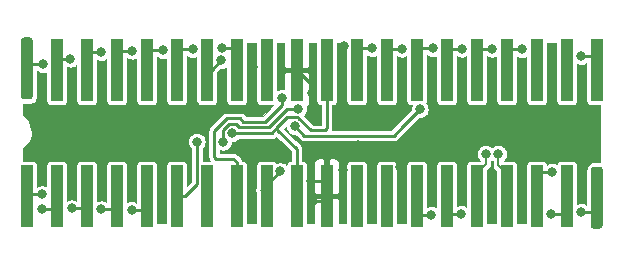
<source format=gbr>
%TF.GenerationSoftware,KiCad,Pcbnew,(5.1.6)-1*%
%TF.CreationDate,2021-05-26T00:29:25+02:00*%
%TF.ProjectId,STMega32,53544d65-6761-4333-922e-6b696361645f,rev?*%
%TF.SameCoordinates,Original*%
%TF.FileFunction,Copper,L2,Bot*%
%TF.FilePolarity,Positive*%
%FSLAX46Y46*%
G04 Gerber Fmt 4.6, Leading zero omitted, Abs format (unit mm)*
G04 Created by KiCad (PCBNEW (5.1.6)-1) date 2021-05-26 00:29:25*
%MOMM*%
%LPD*%
G01*
G04 APERTURE LIST*
%TA.AperFunction,SMDPad,CuDef*%
%ADD10R,1.000000X5.250000*%
%TD*%
%TA.AperFunction,ViaPad*%
%ADD11C,0.800000*%
%TD*%
%TA.AperFunction,Conductor*%
%ADD12C,0.250000*%
%TD*%
%TA.AperFunction,Conductor*%
%ADD13C,0.200000*%
%TD*%
%TA.AperFunction,Conductor*%
%ADD14C,0.125000*%
%TD*%
G04 APERTURE END LIST*
D10*
%TO.P,J1,20*%
%TO.N,col1*%
X125870000Y-105337500D03*
%TO.P,J1,17*%
%TO.N,col7*%
X133490000Y-105337500D03*
%TO.P,J1,16*%
%TO.N,col9*%
X136030000Y-105337500D03*
%TO.P,J1,19*%
%TO.N,col3*%
X128410000Y-105337500D03*
%TO.P,J1,18*%
%TO.N,col5*%
X130950000Y-105337500D03*
%TO.P,J1,15*%
%TO.N,MOSI*%
X138570000Y-105337500D03*
%TO.P,J1,12*%
%TO.N,Reset*%
X146190000Y-105337500D03*
%TO.P,J1,11*%
%TO.N,+5v*%
X148730000Y-105337500D03*
%TO.P,J1,14*%
%TO.N,MISO*%
X141110000Y-105337500D03*
%TO.P,J1,13*%
%TO.N,SCK*%
X143650000Y-105337500D03*
%TO.P,J1,5*%
%TO.N,USB_P*%
X163970000Y-105337500D03*
%TO.P,J1,2*%
%TO.N,col14*%
X171590000Y-105337500D03*
%TO.P,J1,1*%
%TO.N,col13*%
%TA.AperFunction,SMDPad,CuDef*%
G36*
G01*
X174380000Y-108095000D02*
X173880000Y-108095000D01*
G75*
G02*
X173630000Y-107845000I0J250000D01*
G01*
X173630000Y-103095000D01*
G75*
G02*
X173880000Y-102845000I250000J0D01*
G01*
X174380000Y-102845000D01*
G75*
G02*
X174630000Y-103095000I0J-250000D01*
G01*
X174630000Y-107845000D01*
G75*
G02*
X174380000Y-108095000I-250000J0D01*
G01*
G37*
%TD.AperFunction*%
%TO.P,J1,4*%
%TO.N,USB_N*%
X166510000Y-105337500D03*
%TO.P,J1,3*%
%TO.N,boot*%
X169050000Y-105337500D03*
%TO.P,J1,6*%
%TO.N,col15*%
X161430000Y-105337500D03*
%TO.P,J1,7*%
%TO.N,col16*%
X158890000Y-105337500D03*
%TO.P,J1,8*%
%TO.N,OSC_IN_2*%
X156350000Y-105337500D03*
%TO.P,J1,9*%
%TO.N,OSC_IN_1*%
X153810000Y-105337500D03*
%TO.P,J1,10*%
%TO.N,GND*%
X151270000Y-105337500D03*
%TD*%
%TO.P,J2,10*%
%TO.N,GND*%
X148730000Y-94662500D03*
%TO.P,J2,9*%
%TO.N,NC*%
X146190000Y-94662500D03*
%TO.P,J2,8*%
%TO.N,col12*%
X143650000Y-94662500D03*
%TO.P,J2,7*%
%TO.N,col11*%
X141110000Y-94662500D03*
%TO.P,J2,6*%
%TO.N,col10*%
X138570000Y-94662500D03*
%TO.P,J2,3*%
%TO.N,col4*%
X130950000Y-94662500D03*
%TO.P,J2,4*%
%TO.N,col6*%
X133490000Y-94662500D03*
%TO.P,J2,1*%
%TO.N,col0*%
%TA.AperFunction,SMDPad,CuDef*%
G36*
G01*
X125620000Y-91905000D02*
X126120000Y-91905000D01*
G75*
G02*
X126370000Y-92155000I0J-250000D01*
G01*
X126370000Y-96905000D01*
G75*
G02*
X126120000Y-97155000I-250000J0D01*
G01*
X125620000Y-97155000D01*
G75*
G02*
X125370000Y-96905000I0J250000D01*
G01*
X125370000Y-92155000D01*
G75*
G02*
X125620000Y-91905000I250000J0D01*
G01*
G37*
%TD.AperFunction*%
%TO.P,J2,2*%
%TO.N,col2*%
X128410000Y-94662500D03*
%TO.P,J2,5*%
%TO.N,col8*%
X136030000Y-94662500D03*
%TO.P,J2,13*%
%TO.N,row4*%
X156350000Y-94662500D03*
%TO.P,J2,14*%
%TO.N,row5*%
X158890000Y-94662500D03*
%TO.P,J2,11*%
%TO.N,+5v*%
X151270000Y-94662500D03*
%TO.P,J2,12*%
%TO.N,row2*%
X153810000Y-94662500D03*
%TO.P,J2,15*%
%TO.N,row3*%
X161430000Y-94662500D03*
%TO.P,J2,18*%
%TO.N,sda*%
X169050000Y-94662500D03*
%TO.P,J2,19*%
%TO.N,scl*%
X171590000Y-94662500D03*
%TO.P,J2,16*%
%TO.N,row1*%
X163970000Y-94662500D03*
%TO.P,J2,17*%
%TO.N,row0*%
X166510000Y-94662500D03*
%TO.P,J2,20*%
%TO.N,col17*%
X174130000Y-94662500D03*
%TD*%
D11*
%TO.N,GND*%
X140100801Y-97690801D03*
X159625000Y-101625000D03*
X166525000Y-100050000D03*
X161000000Y-98900000D03*
X153900000Y-101025000D03*
X167770000Y-104360000D03*
X162700000Y-104400000D03*
X149975000Y-104050000D03*
X150091463Y-105716463D03*
X150000000Y-96650000D03*
X138675000Y-101225000D03*
X133575000Y-101675000D03*
X134800000Y-97400000D03*
X153200000Y-98275000D03*
X157500000Y-102900000D03*
X152650000Y-103100000D03*
X152700000Y-92650000D03*
X144910697Y-101239303D03*
X165240000Y-104520000D03*
X145025000Y-94400000D03*
X150450000Y-98550000D03*
X162670000Y-101640000D03*
X160150000Y-104260000D03*
%TO.N,col1*%
X127175000Y-105175000D03*
%TO.N,col0*%
X127250000Y-94175000D03*
%TO.N,col3*%
X127150000Y-106425000D03*
%TO.N,col2*%
X129575000Y-93700000D03*
%TO.N,col5*%
X129675000Y-106375000D03*
%TO.N,col4*%
X132200000Y-93125000D03*
%TO.N,col7*%
X132200000Y-106450000D03*
%TO.N,col6*%
X134825000Y-93025000D03*
%TO.N,col9*%
X134750000Y-106525000D03*
%TO.N,col8*%
X137400000Y-93000000D03*
%TO.N,MOSI*%
X148875000Y-97950000D03*
X142500000Y-100725000D03*
X140275000Y-100725000D03*
%TO.N,col10*%
X139925000Y-92875000D03*
%TO.N,col11*%
X142350000Y-93850000D03*
%TO.N,SCK*%
X147500000Y-97000000D03*
%TO.N,col12*%
X142400000Y-92800000D03*
%TO.N,+5v*%
X143250000Y-100025000D03*
%TO.N,row2*%
X155125000Y-92825000D03*
%TO.N,row4*%
X157625000Y-92850000D03*
%TO.N,col16*%
X160124845Y-106900164D03*
%TO.N,row5*%
X160250000Y-92825000D03*
%TO.N,col15*%
X162675000Y-106850000D03*
%TO.N,row3*%
X162725000Y-92850000D03*
%TO.N,row1*%
X165300000Y-92850000D03*
%TO.N,row0*%
X167800000Y-92900000D03*
%TO.N,boot*%
X170350000Y-103300000D03*
%TO.N,col14*%
X171525000Y-103825000D03*
X170275000Y-106875000D03*
%TO.N,col13*%
X172825000Y-106675000D03*
%TO.N,col17*%
X172825000Y-93475000D03*
%TO.N,n_boot*%
X159150000Y-98000000D03*
X148550000Y-99400011D03*
%TO.N,USB_N*%
X165775000Y-101775000D03*
%TO.N,USB_P*%
X164725000Y-101775000D03*
%TO.N,Reset*%
X147350000Y-103250000D03*
%TD*%
D12*
%TO.N,GND*%
X150891037Y-105716463D02*
X151270000Y-105337500D01*
X150091463Y-105716463D02*
X150891037Y-105716463D01*
X151270000Y-104520000D02*
X151270000Y-105337500D01*
X150800000Y-104050000D02*
X151270000Y-104520000D01*
X149975000Y-104050000D02*
X150800000Y-104050000D01*
X150000000Y-95932500D02*
X150000000Y-96650000D01*
X148730000Y-94662500D02*
X150000000Y-95932500D01*
%TO.N,col1*%
X126032500Y-105175000D02*
X125870000Y-105337500D01*
X127175000Y-105175000D02*
X126032500Y-105175000D01*
%TO.N,col0*%
X126357500Y-94175000D02*
X125870000Y-94662500D01*
X127250000Y-94175000D02*
X126357500Y-94175000D01*
%TO.N,col3*%
X128410000Y-106140000D02*
X128410000Y-105337500D01*
X128125000Y-106425000D02*
X128410000Y-106140000D01*
X127150000Y-106425000D02*
X128125000Y-106425000D01*
%TO.N,col2*%
X128410000Y-93265010D02*
X128400020Y-93274990D01*
X128475000Y-93700000D02*
X128410000Y-93765000D01*
X128410000Y-93765000D02*
X128410000Y-94662500D01*
X129575000Y-93700000D02*
X128475000Y-93700000D01*
%TO.N,col5*%
X130950000Y-106275000D02*
X130950000Y-105337500D01*
X130850000Y-106375000D02*
X130950000Y-106275000D01*
X129675000Y-106375000D02*
X130850000Y-106375000D01*
%TO.N,col4*%
X130950000Y-93425000D02*
X130950000Y-94662500D01*
X131250000Y-93125000D02*
X130950000Y-93425000D01*
X132200000Y-93125000D02*
X131250000Y-93125000D01*
%TO.N,col7*%
X133600000Y-105447500D02*
X133490000Y-105337500D01*
X133325000Y-106450000D02*
X133490000Y-106285000D01*
X133490000Y-106285000D02*
X133490000Y-105337500D01*
X132200000Y-106450000D02*
X133325000Y-106450000D01*
%TO.N,col6*%
X133490000Y-93410000D02*
X133490000Y-94662500D01*
X133875000Y-93025000D02*
X133490000Y-93410000D01*
X134825000Y-93025000D02*
X133875000Y-93025000D01*
%TO.N,col9*%
X136030000Y-106320000D02*
X136030000Y-105337500D01*
X135825000Y-106525000D02*
X136030000Y-106320000D01*
X134750000Y-106525000D02*
X135825000Y-106525000D01*
%TO.N,col8*%
X136300000Y-93000000D02*
X136030000Y-93270000D01*
X137400000Y-93000000D02*
X136300000Y-93000000D01*
%TO.N,MOSI*%
X139262500Y-105337500D02*
X138570000Y-105337500D01*
X140275000Y-104325000D02*
X139262500Y-105337500D01*
X140275000Y-100725000D02*
X140275000Y-104325000D01*
X142500000Y-99736410D02*
X142500000Y-100725000D01*
X143600000Y-99225000D02*
X143011410Y-99225000D01*
X143875000Y-99500000D02*
X143600000Y-99225000D01*
X146400000Y-99500000D02*
X143875000Y-99500000D01*
X147950000Y-97950000D02*
X146400000Y-99500000D01*
X143011410Y-99225000D02*
X142500000Y-99736410D01*
X148875000Y-97950000D02*
X147950000Y-97950000D01*
%TO.N,col10*%
X138570000Y-93230000D02*
X138570000Y-94662500D01*
X138925000Y-92875000D02*
X138570000Y-93230000D01*
X139925000Y-92875000D02*
X138925000Y-92875000D01*
%TO.N,col11*%
X141537500Y-94662500D02*
X142350000Y-93850000D01*
X141110000Y-94662500D02*
X141537500Y-94662500D01*
%TO.N,SCK*%
X143650000Y-102462500D02*
X143650000Y-105337500D01*
X141935001Y-102185001D02*
X143372501Y-102185001D01*
X141750000Y-99850000D02*
X141750000Y-102000000D01*
X141750000Y-102000000D02*
X141935001Y-102185001D01*
X142850000Y-98750000D02*
X141750000Y-99850000D01*
X143372501Y-102185001D02*
X143650000Y-102462500D01*
X143925000Y-98750000D02*
X142850000Y-98750000D01*
X144224990Y-99049990D02*
X143925000Y-98750000D01*
X146050010Y-99049990D02*
X144224990Y-99049990D01*
X147500000Y-97600000D02*
X146050010Y-99049990D01*
X147500000Y-97000000D02*
X147500000Y-97600000D01*
%TO.N,col12*%
X143650000Y-93000000D02*
X143650000Y-94662500D01*
X143975000Y-92675000D02*
X143650000Y-93000000D01*
X143650000Y-92875000D02*
X143650000Y-94662500D01*
X143575000Y-92800000D02*
X143650000Y-92875000D01*
X142400000Y-92800000D02*
X143575000Y-92800000D01*
%TO.N,+5v*%
X148730000Y-105337500D02*
X148730000Y-104730000D01*
X148750000Y-103625000D02*
X148700000Y-103575000D01*
X147949999Y-98675001D02*
X147100001Y-99524999D01*
X148730000Y-105337500D02*
X148730000Y-101353004D01*
X148730000Y-101353004D02*
X147100001Y-99723005D01*
X147100001Y-99723005D02*
X147100001Y-99524999D01*
X143815685Y-100025000D02*
X143250000Y-100025000D01*
X146600000Y-100025000D02*
X143815685Y-100025000D01*
X147100001Y-99524999D02*
X146600000Y-100025000D01*
X148849999Y-98685010D02*
X149939989Y-99775000D01*
X148849999Y-98675001D02*
X148849999Y-98685010D01*
X148849999Y-98675001D02*
X147949999Y-98675001D01*
X149939989Y-99775000D02*
X151100000Y-99775000D01*
X151100000Y-99775000D02*
X151270000Y-99605000D01*
X151270000Y-99605000D02*
X151270000Y-97355000D01*
X151270000Y-94662500D02*
X151270000Y-97355000D01*
%TO.N,row2*%
X153810000Y-93060000D02*
X153810000Y-94662500D01*
X153700000Y-92950000D02*
X153810000Y-93060000D01*
X153825000Y-92825000D02*
X153700000Y-92950000D01*
X155125000Y-92825000D02*
X153825000Y-92825000D01*
%TO.N,row4*%
X156325000Y-94637500D02*
X156350000Y-94662500D01*
X156350000Y-93000000D02*
X156350000Y-94662500D01*
X156500000Y-92850000D02*
X156350000Y-93000000D01*
X157625000Y-92850000D02*
X156500000Y-92850000D01*
%TO.N,col16*%
X158900164Y-106900164D02*
X160124845Y-106900164D01*
X158890000Y-106890000D02*
X158900164Y-106900164D01*
X158890000Y-105337500D02*
X158890000Y-106890000D01*
%TO.N,row5*%
X158890000Y-93160000D02*
X158890000Y-94662500D01*
X159225000Y-92825000D02*
X158890000Y-93160000D01*
X160250000Y-92825000D02*
X159225000Y-92825000D01*
%TO.N,col15*%
X161430000Y-106655000D02*
X161430000Y-105337500D01*
X161625000Y-106850000D02*
X161430000Y-106655000D01*
X162675000Y-106850000D02*
X161625000Y-106850000D01*
%TO.N,row3*%
X161425000Y-94657500D02*
X161430000Y-94662500D01*
X161430000Y-92995000D02*
X161430000Y-94662500D01*
X161575000Y-92850000D02*
X161430000Y-92995000D01*
X162725000Y-92850000D02*
X161575000Y-92850000D01*
%TO.N,row1*%
X163970000Y-93305000D02*
X163970000Y-94662500D01*
X164425000Y-92850000D02*
X163970000Y-93305000D01*
X165300000Y-92850000D02*
X164425000Y-92850000D01*
%TO.N,row0*%
X166275000Y-93200000D02*
X166510000Y-93435000D01*
X166510000Y-93435000D02*
X166510000Y-94662500D01*
X166510000Y-93165000D02*
X166510000Y-94662500D01*
X166775000Y-92900000D02*
X166510000Y-93165000D01*
X167800000Y-92900000D02*
X166775000Y-92900000D01*
%TO.N,boot*%
X169050000Y-105337500D02*
X169050000Y-104420000D01*
X169050000Y-104420000D02*
X168810000Y-104180000D01*
X169150000Y-103300000D02*
X170350000Y-103300000D01*
X169050000Y-103400000D02*
X169150000Y-103300000D01*
X169050000Y-105337500D02*
X169050000Y-103400000D01*
%TO.N,col14*%
X171425000Y-106875000D02*
X171590000Y-106710000D01*
X171590000Y-106710000D02*
X171590000Y-105337500D01*
X170275000Y-106875000D02*
X171425000Y-106875000D01*
%TO.N,col13*%
X174130000Y-106420000D02*
X174130000Y-105470000D01*
X173875000Y-106675000D02*
X174130000Y-106420000D01*
X172825000Y-106675000D02*
X173875000Y-106675000D01*
%TO.N,col17*%
X174130000Y-93780000D02*
X174130000Y-94662500D01*
X173825000Y-93475000D02*
X174130000Y-93780000D01*
X172825000Y-93475000D02*
X173825000Y-93475000D01*
%TO.N,n_boot*%
X159150000Y-98000000D02*
X157749989Y-99400011D01*
X148550000Y-99400011D02*
X149364999Y-100215010D01*
X156934990Y-100215010D02*
X157749989Y-99400011D01*
X149364999Y-100215010D02*
X156934990Y-100215010D01*
D13*
%TO.N,USB_N*%
X166225000Y-103800000D02*
X166225000Y-105400000D01*
X166525000Y-103500000D02*
X166225000Y-103800000D01*
X166225000Y-105400000D02*
X166425000Y-105600000D01*
X166200000Y-105027500D02*
X166510000Y-105337500D01*
X165775000Y-102700000D02*
X166200000Y-103125000D01*
X166200000Y-103125000D02*
X166200000Y-105027500D01*
X165775000Y-101775000D02*
X165775000Y-102700000D01*
D12*
%TO.N,USB_P*%
X164050000Y-105417500D02*
X163970000Y-105337500D01*
D13*
X163970000Y-103247500D02*
X163970000Y-105337500D01*
X164127500Y-103247500D02*
X163970000Y-103247500D01*
X164725000Y-102650000D02*
X164127500Y-103247500D01*
X164725000Y-101775000D02*
X164725000Y-102650000D01*
D12*
%TO.N,Reset*%
X145702502Y-104850002D02*
X146190000Y-105337500D01*
X146190000Y-104410000D02*
X147350000Y-103250000D01*
X146190000Y-105337500D02*
X146190000Y-104410000D01*
%TD*%
D14*
%TO.N,GND*%
G36*
X170725747Y-97287500D02*
G01*
X170732746Y-97358562D01*
X170753474Y-97426894D01*
X170787135Y-97489868D01*
X170832434Y-97545066D01*
X170887632Y-97590365D01*
X170950606Y-97624026D01*
X171018938Y-97644754D01*
X171090000Y-97651753D01*
X172090000Y-97651753D01*
X172161062Y-97644754D01*
X172229394Y-97624026D01*
X172292368Y-97590365D01*
X172347566Y-97545066D01*
X172392865Y-97489868D01*
X172426526Y-97426894D01*
X172447254Y-97358562D01*
X172454253Y-97287500D01*
X172454253Y-94144325D01*
X172463821Y-94150718D01*
X172602587Y-94208197D01*
X172749900Y-94237500D01*
X172900100Y-94237500D01*
X173047413Y-94208197D01*
X173186179Y-94150718D01*
X173265747Y-94097552D01*
X173265747Y-97287500D01*
X173272746Y-97358562D01*
X173293474Y-97426894D01*
X173327135Y-97489868D01*
X173372434Y-97545066D01*
X173427632Y-97590365D01*
X173490606Y-97624026D01*
X173558938Y-97644754D01*
X173630000Y-97651753D01*
X174437500Y-97651753D01*
X174437500Y-102486410D01*
X174380000Y-102480747D01*
X173880000Y-102480747D01*
X173760165Y-102492550D01*
X173644936Y-102527504D01*
X173538739Y-102584267D01*
X173445658Y-102660658D01*
X173369267Y-102753739D01*
X173312504Y-102859936D01*
X173277550Y-102975165D01*
X173265747Y-103095000D01*
X173265747Y-106052448D01*
X173186179Y-105999282D01*
X173047413Y-105941803D01*
X172900100Y-105912500D01*
X172749900Y-105912500D01*
X172602587Y-105941803D01*
X172463821Y-105999282D01*
X172454253Y-106005675D01*
X172454253Y-102712500D01*
X172447254Y-102641438D01*
X172426526Y-102573106D01*
X172392865Y-102510132D01*
X172347566Y-102454934D01*
X172292368Y-102409635D01*
X172229394Y-102375974D01*
X172161062Y-102355246D01*
X172090000Y-102348247D01*
X171090000Y-102348247D01*
X171018938Y-102355246D01*
X170950606Y-102375974D01*
X170887632Y-102409635D01*
X170832434Y-102454934D01*
X170787135Y-102510132D01*
X170753474Y-102573106D01*
X170733438Y-102639155D01*
X170711179Y-102624282D01*
X170572413Y-102566803D01*
X170425100Y-102537500D01*
X170274900Y-102537500D01*
X170127587Y-102566803D01*
X169988821Y-102624282D01*
X169910705Y-102676477D01*
X169907254Y-102641438D01*
X169886526Y-102573106D01*
X169852865Y-102510132D01*
X169807566Y-102454934D01*
X169752368Y-102409635D01*
X169689394Y-102375974D01*
X169621062Y-102355246D01*
X169550000Y-102348247D01*
X168550000Y-102348247D01*
X168478938Y-102355246D01*
X168410606Y-102375974D01*
X168347632Y-102409635D01*
X168292434Y-102454934D01*
X168247135Y-102510132D01*
X168213474Y-102573106D01*
X168192746Y-102641438D01*
X168185747Y-102712500D01*
X168185747Y-107612500D01*
X167374253Y-107612500D01*
X167374253Y-102712500D01*
X167367254Y-102641438D01*
X167346526Y-102573106D01*
X167312865Y-102510132D01*
X167267566Y-102454934D01*
X167212368Y-102409635D01*
X167149394Y-102375974D01*
X167081062Y-102355246D01*
X167010000Y-102348247D01*
X166280090Y-102348247D01*
X166367272Y-102261065D01*
X166450718Y-102136179D01*
X166508197Y-101997413D01*
X166537500Y-101850100D01*
X166537500Y-101699900D01*
X166508197Y-101552587D01*
X166450718Y-101413821D01*
X166367272Y-101288935D01*
X166261065Y-101182728D01*
X166136179Y-101099282D01*
X165997413Y-101041803D01*
X165850100Y-101012500D01*
X165699900Y-101012500D01*
X165552587Y-101041803D01*
X165413821Y-101099282D01*
X165288935Y-101182728D01*
X165250000Y-101221663D01*
X165211065Y-101182728D01*
X165086179Y-101099282D01*
X164947413Y-101041803D01*
X164800100Y-101012500D01*
X164649900Y-101012500D01*
X164502587Y-101041803D01*
X164363821Y-101099282D01*
X164238935Y-101182728D01*
X164132728Y-101288935D01*
X164049282Y-101413821D01*
X163991803Y-101552587D01*
X163962500Y-101699900D01*
X163962500Y-101850100D01*
X163991803Y-101997413D01*
X164049282Y-102136179D01*
X164132728Y-102261065D01*
X164219910Y-102348247D01*
X163470000Y-102348247D01*
X163398938Y-102355246D01*
X163330606Y-102375974D01*
X163267632Y-102409635D01*
X163212434Y-102454934D01*
X163167135Y-102510132D01*
X163133474Y-102573106D01*
X163112746Y-102641438D01*
X163105747Y-102712500D01*
X163105747Y-106220766D01*
X163036179Y-106174282D01*
X162897413Y-106116803D01*
X162750100Y-106087500D01*
X162599900Y-106087500D01*
X162452587Y-106116803D01*
X162313821Y-106174282D01*
X162294253Y-106187357D01*
X162294253Y-102712500D01*
X162287254Y-102641438D01*
X162266526Y-102573106D01*
X162232865Y-102510132D01*
X162187566Y-102454934D01*
X162132368Y-102409635D01*
X162069394Y-102375974D01*
X162001062Y-102355246D01*
X161930000Y-102348247D01*
X160930000Y-102348247D01*
X160858938Y-102355246D01*
X160790606Y-102375974D01*
X160727632Y-102409635D01*
X160672434Y-102454934D01*
X160627135Y-102510132D01*
X160593474Y-102573106D01*
X160572746Y-102641438D01*
X160565747Y-102712500D01*
X160565747Y-106277715D01*
X160486024Y-106224446D01*
X160347258Y-106166967D01*
X160199945Y-106137664D01*
X160049745Y-106137664D01*
X159902432Y-106166967D01*
X159763666Y-106224446D01*
X159754253Y-106230736D01*
X159754253Y-102712500D01*
X159747254Y-102641438D01*
X159726526Y-102573106D01*
X159692865Y-102510132D01*
X159647566Y-102454934D01*
X159592368Y-102409635D01*
X159529394Y-102375974D01*
X159461062Y-102355246D01*
X159390000Y-102348247D01*
X158390000Y-102348247D01*
X158318938Y-102355246D01*
X158250606Y-102375974D01*
X158187632Y-102409635D01*
X158132434Y-102454934D01*
X158087135Y-102510132D01*
X158053474Y-102573106D01*
X158032746Y-102641438D01*
X158025747Y-102712500D01*
X158025747Y-107612500D01*
X157214253Y-107612500D01*
X157214253Y-102712500D01*
X157207254Y-102641438D01*
X157186526Y-102573106D01*
X157152865Y-102510132D01*
X157107566Y-102454934D01*
X157052368Y-102409635D01*
X156989394Y-102375974D01*
X156921062Y-102355246D01*
X156850000Y-102348247D01*
X155850000Y-102348247D01*
X155778938Y-102355246D01*
X155710606Y-102375974D01*
X155647632Y-102409635D01*
X155592434Y-102454934D01*
X155547135Y-102510132D01*
X155513474Y-102573106D01*
X155492746Y-102641438D01*
X155485747Y-102712500D01*
X155485747Y-107612500D01*
X154674253Y-107612500D01*
X154674253Y-102712500D01*
X154667254Y-102641438D01*
X154646526Y-102573106D01*
X154612865Y-102510132D01*
X154567566Y-102454934D01*
X154512368Y-102409635D01*
X154449394Y-102375974D01*
X154381062Y-102355246D01*
X154310000Y-102348247D01*
X153310000Y-102348247D01*
X153238938Y-102355246D01*
X153170606Y-102375974D01*
X153107632Y-102409635D01*
X153052434Y-102454934D01*
X153007135Y-102510132D01*
X152973474Y-102573106D01*
X152952746Y-102641438D01*
X152945747Y-102712500D01*
X152945747Y-107612500D01*
X152342838Y-107612500D01*
X152340500Y-105671625D01*
X152197875Y-105529000D01*
X151461500Y-105529000D01*
X151461500Y-107612500D01*
X151078500Y-107612500D01*
X151078500Y-105529000D01*
X150342125Y-105529000D01*
X150199500Y-105671625D01*
X150197162Y-107612500D01*
X149594253Y-107612500D01*
X149594253Y-102712500D01*
X150196740Y-102712500D01*
X150199500Y-105003375D01*
X150342125Y-105146000D01*
X151078500Y-105146000D01*
X151078500Y-102284625D01*
X151461500Y-102284625D01*
X151461500Y-105146000D01*
X152197875Y-105146000D01*
X152340500Y-105003375D01*
X152343260Y-102712500D01*
X152332245Y-102600663D01*
X152299623Y-102493123D01*
X152246648Y-102394014D01*
X152175356Y-102307144D01*
X152088486Y-102235852D01*
X151989377Y-102182877D01*
X151881837Y-102150255D01*
X151770000Y-102139240D01*
X151604125Y-102142000D01*
X151461500Y-102284625D01*
X151078500Y-102284625D01*
X150935875Y-102142000D01*
X150770000Y-102139240D01*
X150658163Y-102150255D01*
X150550623Y-102182877D01*
X150451514Y-102235852D01*
X150364644Y-102307144D01*
X150293352Y-102394014D01*
X150240377Y-102493123D01*
X150207755Y-102600663D01*
X150196740Y-102712500D01*
X149594253Y-102712500D01*
X149587254Y-102641438D01*
X149566526Y-102573106D01*
X149532865Y-102510132D01*
X149487566Y-102454934D01*
X149432368Y-102409635D01*
X149369394Y-102375974D01*
X149301062Y-102355246D01*
X149230000Y-102348247D01*
X149217500Y-102348247D01*
X149217500Y-101376946D01*
X149219858Y-101353004D01*
X149210446Y-101257438D01*
X149207259Y-101246930D01*
X149182570Y-101165543D01*
X149137302Y-101080853D01*
X149123077Y-101063520D01*
X149091645Y-101025219D01*
X149091641Y-101025215D01*
X149076382Y-101006622D01*
X149057789Y-100991363D01*
X147690426Y-99624002D01*
X147796097Y-99518332D01*
X147816803Y-99622424D01*
X147874282Y-99761190D01*
X147957728Y-99886076D01*
X148063935Y-99992283D01*
X148188821Y-100075729D01*
X148327587Y-100133208D01*
X148474900Y-100162511D01*
X148623071Y-100162511D01*
X149003358Y-100542799D01*
X149018617Y-100561392D01*
X149037210Y-100576651D01*
X149037214Y-100576655D01*
X149075342Y-100607945D01*
X149092848Y-100622312D01*
X149177538Y-100667580D01*
X149269432Y-100695456D01*
X149341056Y-100702510D01*
X149341057Y-100702510D01*
X149364999Y-100704868D01*
X149388941Y-100702510D01*
X156911050Y-100702510D01*
X156934990Y-100704868D01*
X156958930Y-100702510D01*
X156958933Y-100702510D01*
X157030557Y-100695456D01*
X157122451Y-100667580D01*
X157207141Y-100622312D01*
X157281372Y-100561392D01*
X157296639Y-100542789D01*
X158111634Y-99727796D01*
X158111643Y-99727785D01*
X159076929Y-98762500D01*
X159225100Y-98762500D01*
X159372413Y-98733197D01*
X159511179Y-98675718D01*
X159636065Y-98592272D01*
X159742272Y-98486065D01*
X159825718Y-98361179D01*
X159883197Y-98222413D01*
X159912500Y-98075100D01*
X159912500Y-97924900D01*
X159883197Y-97777587D01*
X159825718Y-97638821D01*
X159742272Y-97513935D01*
X159701692Y-97473355D01*
X159726526Y-97426894D01*
X159747254Y-97358562D01*
X159754253Y-97287500D01*
X159754253Y-93407590D01*
X159763935Y-93417272D01*
X159888821Y-93500718D01*
X160027587Y-93558197D01*
X160174900Y-93587500D01*
X160325100Y-93587500D01*
X160472413Y-93558197D01*
X160565747Y-93519537D01*
X160565747Y-97287500D01*
X160572746Y-97358562D01*
X160593474Y-97426894D01*
X160627135Y-97489868D01*
X160672434Y-97545066D01*
X160727632Y-97590365D01*
X160790606Y-97624026D01*
X160858938Y-97644754D01*
X160930000Y-97651753D01*
X161930000Y-97651753D01*
X162001062Y-97644754D01*
X162069394Y-97624026D01*
X162132368Y-97590365D01*
X162187566Y-97545066D01*
X162232865Y-97489868D01*
X162266526Y-97426894D01*
X162287254Y-97358562D01*
X162294253Y-97287500D01*
X162294253Y-93479234D01*
X162363821Y-93525718D01*
X162502587Y-93583197D01*
X162649900Y-93612500D01*
X162800100Y-93612500D01*
X162947413Y-93583197D01*
X163086179Y-93525718D01*
X163105747Y-93512643D01*
X163105747Y-97287500D01*
X163112746Y-97358562D01*
X163133474Y-97426894D01*
X163167135Y-97489868D01*
X163212434Y-97545066D01*
X163267632Y-97590365D01*
X163330606Y-97624026D01*
X163398938Y-97644754D01*
X163470000Y-97651753D01*
X164470000Y-97651753D01*
X164541062Y-97644754D01*
X164609394Y-97624026D01*
X164672368Y-97590365D01*
X164727566Y-97545066D01*
X164772865Y-97489868D01*
X164806526Y-97426894D01*
X164827254Y-97358562D01*
X164834253Y-97287500D01*
X164834253Y-93455848D01*
X164938821Y-93525718D01*
X165077587Y-93583197D01*
X165224900Y-93612500D01*
X165375100Y-93612500D01*
X165522413Y-93583197D01*
X165645747Y-93532110D01*
X165645747Y-97287500D01*
X165652746Y-97358562D01*
X165673474Y-97426894D01*
X165707135Y-97489868D01*
X165752434Y-97545066D01*
X165807632Y-97590365D01*
X165870606Y-97624026D01*
X165938938Y-97644754D01*
X166010000Y-97651753D01*
X167010000Y-97651753D01*
X167081062Y-97644754D01*
X167149394Y-97624026D01*
X167212368Y-97590365D01*
X167267566Y-97545066D01*
X167312865Y-97489868D01*
X167346526Y-97426894D01*
X167367254Y-97358562D01*
X167374253Y-97287500D01*
X167374253Y-93532575D01*
X167438821Y-93575718D01*
X167577587Y-93633197D01*
X167724900Y-93662500D01*
X167875100Y-93662500D01*
X168022413Y-93633197D01*
X168161179Y-93575718D01*
X168185747Y-93559302D01*
X168185747Y-97287500D01*
X168192746Y-97358562D01*
X168213474Y-97426894D01*
X168247135Y-97489868D01*
X168292434Y-97545066D01*
X168347632Y-97590365D01*
X168410606Y-97624026D01*
X168478938Y-97644754D01*
X168550000Y-97651753D01*
X169550000Y-97651753D01*
X169621062Y-97644754D01*
X169689394Y-97624026D01*
X169752368Y-97590365D01*
X169807566Y-97545066D01*
X169852865Y-97489868D01*
X169886526Y-97426894D01*
X169907254Y-97358562D01*
X169914253Y-97287500D01*
X169914253Y-92387500D01*
X170725747Y-92387500D01*
X170725747Y-97287500D01*
G37*
X170725747Y-97287500D02*
X170732746Y-97358562D01*
X170753474Y-97426894D01*
X170787135Y-97489868D01*
X170832434Y-97545066D01*
X170887632Y-97590365D01*
X170950606Y-97624026D01*
X171018938Y-97644754D01*
X171090000Y-97651753D01*
X172090000Y-97651753D01*
X172161062Y-97644754D01*
X172229394Y-97624026D01*
X172292368Y-97590365D01*
X172347566Y-97545066D01*
X172392865Y-97489868D01*
X172426526Y-97426894D01*
X172447254Y-97358562D01*
X172454253Y-97287500D01*
X172454253Y-94144325D01*
X172463821Y-94150718D01*
X172602587Y-94208197D01*
X172749900Y-94237500D01*
X172900100Y-94237500D01*
X173047413Y-94208197D01*
X173186179Y-94150718D01*
X173265747Y-94097552D01*
X173265747Y-97287500D01*
X173272746Y-97358562D01*
X173293474Y-97426894D01*
X173327135Y-97489868D01*
X173372434Y-97545066D01*
X173427632Y-97590365D01*
X173490606Y-97624026D01*
X173558938Y-97644754D01*
X173630000Y-97651753D01*
X174437500Y-97651753D01*
X174437500Y-102486410D01*
X174380000Y-102480747D01*
X173880000Y-102480747D01*
X173760165Y-102492550D01*
X173644936Y-102527504D01*
X173538739Y-102584267D01*
X173445658Y-102660658D01*
X173369267Y-102753739D01*
X173312504Y-102859936D01*
X173277550Y-102975165D01*
X173265747Y-103095000D01*
X173265747Y-106052448D01*
X173186179Y-105999282D01*
X173047413Y-105941803D01*
X172900100Y-105912500D01*
X172749900Y-105912500D01*
X172602587Y-105941803D01*
X172463821Y-105999282D01*
X172454253Y-106005675D01*
X172454253Y-102712500D01*
X172447254Y-102641438D01*
X172426526Y-102573106D01*
X172392865Y-102510132D01*
X172347566Y-102454934D01*
X172292368Y-102409635D01*
X172229394Y-102375974D01*
X172161062Y-102355246D01*
X172090000Y-102348247D01*
X171090000Y-102348247D01*
X171018938Y-102355246D01*
X170950606Y-102375974D01*
X170887632Y-102409635D01*
X170832434Y-102454934D01*
X170787135Y-102510132D01*
X170753474Y-102573106D01*
X170733438Y-102639155D01*
X170711179Y-102624282D01*
X170572413Y-102566803D01*
X170425100Y-102537500D01*
X170274900Y-102537500D01*
X170127587Y-102566803D01*
X169988821Y-102624282D01*
X169910705Y-102676477D01*
X169907254Y-102641438D01*
X169886526Y-102573106D01*
X169852865Y-102510132D01*
X169807566Y-102454934D01*
X169752368Y-102409635D01*
X169689394Y-102375974D01*
X169621062Y-102355246D01*
X169550000Y-102348247D01*
X168550000Y-102348247D01*
X168478938Y-102355246D01*
X168410606Y-102375974D01*
X168347632Y-102409635D01*
X168292434Y-102454934D01*
X168247135Y-102510132D01*
X168213474Y-102573106D01*
X168192746Y-102641438D01*
X168185747Y-102712500D01*
X168185747Y-107612500D01*
X167374253Y-107612500D01*
X167374253Y-102712500D01*
X167367254Y-102641438D01*
X167346526Y-102573106D01*
X167312865Y-102510132D01*
X167267566Y-102454934D01*
X167212368Y-102409635D01*
X167149394Y-102375974D01*
X167081062Y-102355246D01*
X167010000Y-102348247D01*
X166280090Y-102348247D01*
X166367272Y-102261065D01*
X166450718Y-102136179D01*
X166508197Y-101997413D01*
X166537500Y-101850100D01*
X166537500Y-101699900D01*
X166508197Y-101552587D01*
X166450718Y-101413821D01*
X166367272Y-101288935D01*
X166261065Y-101182728D01*
X166136179Y-101099282D01*
X165997413Y-101041803D01*
X165850100Y-101012500D01*
X165699900Y-101012500D01*
X165552587Y-101041803D01*
X165413821Y-101099282D01*
X165288935Y-101182728D01*
X165250000Y-101221663D01*
X165211065Y-101182728D01*
X165086179Y-101099282D01*
X164947413Y-101041803D01*
X164800100Y-101012500D01*
X164649900Y-101012500D01*
X164502587Y-101041803D01*
X164363821Y-101099282D01*
X164238935Y-101182728D01*
X164132728Y-101288935D01*
X164049282Y-101413821D01*
X163991803Y-101552587D01*
X163962500Y-101699900D01*
X163962500Y-101850100D01*
X163991803Y-101997413D01*
X164049282Y-102136179D01*
X164132728Y-102261065D01*
X164219910Y-102348247D01*
X163470000Y-102348247D01*
X163398938Y-102355246D01*
X163330606Y-102375974D01*
X163267632Y-102409635D01*
X163212434Y-102454934D01*
X163167135Y-102510132D01*
X163133474Y-102573106D01*
X163112746Y-102641438D01*
X163105747Y-102712500D01*
X163105747Y-106220766D01*
X163036179Y-106174282D01*
X162897413Y-106116803D01*
X162750100Y-106087500D01*
X162599900Y-106087500D01*
X162452587Y-106116803D01*
X162313821Y-106174282D01*
X162294253Y-106187357D01*
X162294253Y-102712500D01*
X162287254Y-102641438D01*
X162266526Y-102573106D01*
X162232865Y-102510132D01*
X162187566Y-102454934D01*
X162132368Y-102409635D01*
X162069394Y-102375974D01*
X162001062Y-102355246D01*
X161930000Y-102348247D01*
X160930000Y-102348247D01*
X160858938Y-102355246D01*
X160790606Y-102375974D01*
X160727632Y-102409635D01*
X160672434Y-102454934D01*
X160627135Y-102510132D01*
X160593474Y-102573106D01*
X160572746Y-102641438D01*
X160565747Y-102712500D01*
X160565747Y-106277715D01*
X160486024Y-106224446D01*
X160347258Y-106166967D01*
X160199945Y-106137664D01*
X160049745Y-106137664D01*
X159902432Y-106166967D01*
X159763666Y-106224446D01*
X159754253Y-106230736D01*
X159754253Y-102712500D01*
X159747254Y-102641438D01*
X159726526Y-102573106D01*
X159692865Y-102510132D01*
X159647566Y-102454934D01*
X159592368Y-102409635D01*
X159529394Y-102375974D01*
X159461062Y-102355246D01*
X159390000Y-102348247D01*
X158390000Y-102348247D01*
X158318938Y-102355246D01*
X158250606Y-102375974D01*
X158187632Y-102409635D01*
X158132434Y-102454934D01*
X158087135Y-102510132D01*
X158053474Y-102573106D01*
X158032746Y-102641438D01*
X158025747Y-102712500D01*
X158025747Y-107612500D01*
X157214253Y-107612500D01*
X157214253Y-102712500D01*
X157207254Y-102641438D01*
X157186526Y-102573106D01*
X157152865Y-102510132D01*
X157107566Y-102454934D01*
X157052368Y-102409635D01*
X156989394Y-102375974D01*
X156921062Y-102355246D01*
X156850000Y-102348247D01*
X155850000Y-102348247D01*
X155778938Y-102355246D01*
X155710606Y-102375974D01*
X155647632Y-102409635D01*
X155592434Y-102454934D01*
X155547135Y-102510132D01*
X155513474Y-102573106D01*
X155492746Y-102641438D01*
X155485747Y-102712500D01*
X155485747Y-107612500D01*
X154674253Y-107612500D01*
X154674253Y-102712500D01*
X154667254Y-102641438D01*
X154646526Y-102573106D01*
X154612865Y-102510132D01*
X154567566Y-102454934D01*
X154512368Y-102409635D01*
X154449394Y-102375974D01*
X154381062Y-102355246D01*
X154310000Y-102348247D01*
X153310000Y-102348247D01*
X153238938Y-102355246D01*
X153170606Y-102375974D01*
X153107632Y-102409635D01*
X153052434Y-102454934D01*
X153007135Y-102510132D01*
X152973474Y-102573106D01*
X152952746Y-102641438D01*
X152945747Y-102712500D01*
X152945747Y-107612500D01*
X152342838Y-107612500D01*
X152340500Y-105671625D01*
X152197875Y-105529000D01*
X151461500Y-105529000D01*
X151461500Y-107612500D01*
X151078500Y-107612500D01*
X151078500Y-105529000D01*
X150342125Y-105529000D01*
X150199500Y-105671625D01*
X150197162Y-107612500D01*
X149594253Y-107612500D01*
X149594253Y-102712500D01*
X150196740Y-102712500D01*
X150199500Y-105003375D01*
X150342125Y-105146000D01*
X151078500Y-105146000D01*
X151078500Y-102284625D01*
X151461500Y-102284625D01*
X151461500Y-105146000D01*
X152197875Y-105146000D01*
X152340500Y-105003375D01*
X152343260Y-102712500D01*
X152332245Y-102600663D01*
X152299623Y-102493123D01*
X152246648Y-102394014D01*
X152175356Y-102307144D01*
X152088486Y-102235852D01*
X151989377Y-102182877D01*
X151881837Y-102150255D01*
X151770000Y-102139240D01*
X151604125Y-102142000D01*
X151461500Y-102284625D01*
X151078500Y-102284625D01*
X150935875Y-102142000D01*
X150770000Y-102139240D01*
X150658163Y-102150255D01*
X150550623Y-102182877D01*
X150451514Y-102235852D01*
X150364644Y-102307144D01*
X150293352Y-102394014D01*
X150240377Y-102493123D01*
X150207755Y-102600663D01*
X150196740Y-102712500D01*
X149594253Y-102712500D01*
X149587254Y-102641438D01*
X149566526Y-102573106D01*
X149532865Y-102510132D01*
X149487566Y-102454934D01*
X149432368Y-102409635D01*
X149369394Y-102375974D01*
X149301062Y-102355246D01*
X149230000Y-102348247D01*
X149217500Y-102348247D01*
X149217500Y-101376946D01*
X149219858Y-101353004D01*
X149210446Y-101257438D01*
X149207259Y-101246930D01*
X149182570Y-101165543D01*
X149137302Y-101080853D01*
X149123077Y-101063520D01*
X149091645Y-101025219D01*
X149091641Y-101025215D01*
X149076382Y-101006622D01*
X149057789Y-100991363D01*
X147690426Y-99624002D01*
X147796097Y-99518332D01*
X147816803Y-99622424D01*
X147874282Y-99761190D01*
X147957728Y-99886076D01*
X148063935Y-99992283D01*
X148188821Y-100075729D01*
X148327587Y-100133208D01*
X148474900Y-100162511D01*
X148623071Y-100162511D01*
X149003358Y-100542799D01*
X149018617Y-100561392D01*
X149037210Y-100576651D01*
X149037214Y-100576655D01*
X149075342Y-100607945D01*
X149092848Y-100622312D01*
X149177538Y-100667580D01*
X149269432Y-100695456D01*
X149341056Y-100702510D01*
X149341057Y-100702510D01*
X149364999Y-100704868D01*
X149388941Y-100702510D01*
X156911050Y-100702510D01*
X156934990Y-100704868D01*
X156958930Y-100702510D01*
X156958933Y-100702510D01*
X157030557Y-100695456D01*
X157122451Y-100667580D01*
X157207141Y-100622312D01*
X157281372Y-100561392D01*
X157296639Y-100542789D01*
X158111634Y-99727796D01*
X158111643Y-99727785D01*
X159076929Y-98762500D01*
X159225100Y-98762500D01*
X159372413Y-98733197D01*
X159511179Y-98675718D01*
X159636065Y-98592272D01*
X159742272Y-98486065D01*
X159825718Y-98361179D01*
X159883197Y-98222413D01*
X159912500Y-98075100D01*
X159912500Y-97924900D01*
X159883197Y-97777587D01*
X159825718Y-97638821D01*
X159742272Y-97513935D01*
X159701692Y-97473355D01*
X159726526Y-97426894D01*
X159747254Y-97358562D01*
X159754253Y-97287500D01*
X159754253Y-93407590D01*
X159763935Y-93417272D01*
X159888821Y-93500718D01*
X160027587Y-93558197D01*
X160174900Y-93587500D01*
X160325100Y-93587500D01*
X160472413Y-93558197D01*
X160565747Y-93519537D01*
X160565747Y-97287500D01*
X160572746Y-97358562D01*
X160593474Y-97426894D01*
X160627135Y-97489868D01*
X160672434Y-97545066D01*
X160727632Y-97590365D01*
X160790606Y-97624026D01*
X160858938Y-97644754D01*
X160930000Y-97651753D01*
X161930000Y-97651753D01*
X162001062Y-97644754D01*
X162069394Y-97624026D01*
X162132368Y-97590365D01*
X162187566Y-97545066D01*
X162232865Y-97489868D01*
X162266526Y-97426894D01*
X162287254Y-97358562D01*
X162294253Y-97287500D01*
X162294253Y-93479234D01*
X162363821Y-93525718D01*
X162502587Y-93583197D01*
X162649900Y-93612500D01*
X162800100Y-93612500D01*
X162947413Y-93583197D01*
X163086179Y-93525718D01*
X163105747Y-93512643D01*
X163105747Y-97287500D01*
X163112746Y-97358562D01*
X163133474Y-97426894D01*
X163167135Y-97489868D01*
X163212434Y-97545066D01*
X163267632Y-97590365D01*
X163330606Y-97624026D01*
X163398938Y-97644754D01*
X163470000Y-97651753D01*
X164470000Y-97651753D01*
X164541062Y-97644754D01*
X164609394Y-97624026D01*
X164672368Y-97590365D01*
X164727566Y-97545066D01*
X164772865Y-97489868D01*
X164806526Y-97426894D01*
X164827254Y-97358562D01*
X164834253Y-97287500D01*
X164834253Y-93455848D01*
X164938821Y-93525718D01*
X165077587Y-93583197D01*
X165224900Y-93612500D01*
X165375100Y-93612500D01*
X165522413Y-93583197D01*
X165645747Y-93532110D01*
X165645747Y-97287500D01*
X165652746Y-97358562D01*
X165673474Y-97426894D01*
X165707135Y-97489868D01*
X165752434Y-97545066D01*
X165807632Y-97590365D01*
X165870606Y-97624026D01*
X165938938Y-97644754D01*
X166010000Y-97651753D01*
X167010000Y-97651753D01*
X167081062Y-97644754D01*
X167149394Y-97624026D01*
X167212368Y-97590365D01*
X167267566Y-97545066D01*
X167312865Y-97489868D01*
X167346526Y-97426894D01*
X167367254Y-97358562D01*
X167374253Y-97287500D01*
X167374253Y-93532575D01*
X167438821Y-93575718D01*
X167577587Y-93633197D01*
X167724900Y-93662500D01*
X167875100Y-93662500D01*
X168022413Y-93633197D01*
X168161179Y-93575718D01*
X168185747Y-93559302D01*
X168185747Y-97287500D01*
X168192746Y-97358562D01*
X168213474Y-97426894D01*
X168247135Y-97489868D01*
X168292434Y-97545066D01*
X168347632Y-97590365D01*
X168410606Y-97624026D01*
X168478938Y-97644754D01*
X168550000Y-97651753D01*
X169550000Y-97651753D01*
X169621062Y-97644754D01*
X169689394Y-97624026D01*
X169752368Y-97590365D01*
X169807566Y-97545066D01*
X169852865Y-97489868D01*
X169886526Y-97426894D01*
X169907254Y-97358562D01*
X169914253Y-97287500D01*
X169914253Y-92387500D01*
X170725747Y-92387500D01*
X170725747Y-97287500D01*
G36*
X145325747Y-97287500D02*
G01*
X145332746Y-97358562D01*
X145353474Y-97426894D01*
X145387135Y-97489868D01*
X145432434Y-97545066D01*
X145487632Y-97590365D01*
X145550606Y-97624026D01*
X145618938Y-97644754D01*
X145690000Y-97651753D01*
X146690000Y-97651753D01*
X146761062Y-97644754D01*
X146767888Y-97642683D01*
X145848082Y-98562490D01*
X144426918Y-98562490D01*
X144286650Y-98422222D01*
X144271382Y-98403618D01*
X144197151Y-98342698D01*
X144112461Y-98297430D01*
X144020567Y-98269554D01*
X143948943Y-98262500D01*
X143948940Y-98262500D01*
X143925000Y-98260142D01*
X143901060Y-98262500D01*
X142873940Y-98262500D01*
X142850000Y-98260142D01*
X142826060Y-98262500D01*
X142826057Y-98262500D01*
X142754433Y-98269554D01*
X142662539Y-98297430D01*
X142577849Y-98342698D01*
X142503618Y-98403618D01*
X142488355Y-98422216D01*
X141422222Y-99488350D01*
X141403618Y-99503618D01*
X141342698Y-99577849D01*
X141297430Y-99662540D01*
X141269554Y-99754434D01*
X141262520Y-99825853D01*
X141260142Y-99850000D01*
X141262500Y-99873940D01*
X141262501Y-101976050D01*
X141260142Y-102000000D01*
X141269555Y-102095566D01*
X141297430Y-102187460D01*
X141327755Y-102244193D01*
X141342699Y-102272151D01*
X141403619Y-102346382D01*
X141405892Y-102348247D01*
X140762500Y-102348247D01*
X140762500Y-101315837D01*
X140867272Y-101211065D01*
X140950718Y-101086179D01*
X141008197Y-100947413D01*
X141037500Y-100800100D01*
X141037500Y-100649900D01*
X141008197Y-100502587D01*
X140950718Y-100363821D01*
X140867272Y-100238935D01*
X140761065Y-100132728D01*
X140636179Y-100049282D01*
X140497413Y-99991803D01*
X140350100Y-99962500D01*
X140199900Y-99962500D01*
X140052587Y-99991803D01*
X139913821Y-100049282D01*
X139788935Y-100132728D01*
X139682728Y-100238935D01*
X139599282Y-100363821D01*
X139541803Y-100502587D01*
X139512500Y-100649900D01*
X139512500Y-100800100D01*
X139541803Y-100947413D01*
X139599282Y-101086179D01*
X139682728Y-101211065D01*
X139787500Y-101315837D01*
X139787501Y-104123070D01*
X139434253Y-104476318D01*
X139434253Y-102712500D01*
X139427254Y-102641438D01*
X139406526Y-102573106D01*
X139372865Y-102510132D01*
X139327566Y-102454934D01*
X139272368Y-102409635D01*
X139209394Y-102375974D01*
X139141062Y-102355246D01*
X139070000Y-102348247D01*
X138070000Y-102348247D01*
X137998938Y-102355246D01*
X137930606Y-102375974D01*
X137867632Y-102409635D01*
X137812434Y-102454934D01*
X137767135Y-102510132D01*
X137733474Y-102573106D01*
X137712746Y-102641438D01*
X137705747Y-102712500D01*
X137705747Y-107612500D01*
X136894253Y-107612500D01*
X136894253Y-102712500D01*
X136887254Y-102641438D01*
X136866526Y-102573106D01*
X136832865Y-102510132D01*
X136787566Y-102454934D01*
X136732368Y-102409635D01*
X136669394Y-102375974D01*
X136601062Y-102355246D01*
X136530000Y-102348247D01*
X135530000Y-102348247D01*
X135458938Y-102355246D01*
X135390606Y-102375974D01*
X135327632Y-102409635D01*
X135272434Y-102454934D01*
X135227135Y-102510132D01*
X135193474Y-102573106D01*
X135172746Y-102641438D01*
X135165747Y-102712500D01*
X135165747Y-105885743D01*
X135111179Y-105849282D01*
X134972413Y-105791803D01*
X134825100Y-105762500D01*
X134674900Y-105762500D01*
X134527587Y-105791803D01*
X134388821Y-105849282D01*
X134354253Y-105872380D01*
X134354253Y-102712500D01*
X134347254Y-102641438D01*
X134326526Y-102573106D01*
X134292865Y-102510132D01*
X134247566Y-102454934D01*
X134192368Y-102409635D01*
X134129394Y-102375974D01*
X134061062Y-102355246D01*
X133990000Y-102348247D01*
X132990000Y-102348247D01*
X132918938Y-102355246D01*
X132850606Y-102375974D01*
X132787632Y-102409635D01*
X132732434Y-102454934D01*
X132687135Y-102510132D01*
X132653474Y-102573106D01*
X132632746Y-102641438D01*
X132625747Y-102712500D01*
X132625747Y-105817425D01*
X132561179Y-105774282D01*
X132422413Y-105716803D01*
X132275100Y-105687500D01*
X132124900Y-105687500D01*
X131977587Y-105716803D01*
X131838821Y-105774282D01*
X131814253Y-105790698D01*
X131814253Y-102712500D01*
X131807254Y-102641438D01*
X131786526Y-102573106D01*
X131752865Y-102510132D01*
X131707566Y-102454934D01*
X131652368Y-102409635D01*
X131589394Y-102375974D01*
X131521062Y-102355246D01*
X131450000Y-102348247D01*
X130450000Y-102348247D01*
X130378938Y-102355246D01*
X130310606Y-102375974D01*
X130247632Y-102409635D01*
X130192434Y-102454934D01*
X130147135Y-102510132D01*
X130113474Y-102573106D01*
X130092746Y-102641438D01*
X130085747Y-102712500D01*
X130085747Y-105732402D01*
X130036179Y-105699282D01*
X129897413Y-105641803D01*
X129750100Y-105612500D01*
X129599900Y-105612500D01*
X129452587Y-105641803D01*
X129313821Y-105699282D01*
X129274253Y-105725720D01*
X129274253Y-102712500D01*
X129267254Y-102641438D01*
X129246526Y-102573106D01*
X129212865Y-102510132D01*
X129167566Y-102454934D01*
X129112368Y-102409635D01*
X129049394Y-102375974D01*
X128981062Y-102355246D01*
X128910000Y-102348247D01*
X127910000Y-102348247D01*
X127838938Y-102355246D01*
X127770606Y-102375974D01*
X127707632Y-102409635D01*
X127652434Y-102454934D01*
X127607135Y-102510132D01*
X127573474Y-102573106D01*
X127552746Y-102641438D01*
X127545747Y-102712500D01*
X127545747Y-104505675D01*
X127536179Y-104499282D01*
X127397413Y-104441803D01*
X127250100Y-104412500D01*
X127099900Y-104412500D01*
X126952587Y-104441803D01*
X126813821Y-104499282D01*
X126734253Y-104552448D01*
X126734253Y-102712500D01*
X126727254Y-102641438D01*
X126706526Y-102573106D01*
X126672865Y-102510132D01*
X126627566Y-102454934D01*
X126572368Y-102409635D01*
X126509394Y-102375974D01*
X126441062Y-102355246D01*
X126370000Y-102348247D01*
X125562500Y-102348247D01*
X125562500Y-101275888D01*
X125812952Y-101025436D01*
X125909966Y-100944032D01*
X125934559Y-100918919D01*
X125959461Y-100894190D01*
X125962881Y-100889998D01*
X126022331Y-100816057D01*
X126044194Y-100794194D01*
X126051967Y-100784723D01*
X126058890Y-100770587D01*
X126076001Y-100749305D01*
X126095238Y-100719907D01*
X126114871Y-100690800D01*
X126117411Y-100686023D01*
X126201049Y-100526038D01*
X126214213Y-100493456D01*
X126227815Y-100461098D01*
X126229379Y-100455919D01*
X126280350Y-100282736D01*
X126286933Y-100248225D01*
X126293993Y-100213831D01*
X126294521Y-100208446D01*
X126310882Y-100028660D01*
X126310774Y-100013247D01*
X126312009Y-100007817D01*
X126312343Y-99995569D01*
X126310695Y-99985225D01*
X126310882Y-99958422D01*
X126310354Y-99953038D01*
X126291484Y-99773499D01*
X126284427Y-99739118D01*
X126277841Y-99704595D01*
X126276277Y-99699416D01*
X126222893Y-99526961D01*
X126209280Y-99494578D01*
X126196127Y-99462022D01*
X126193587Y-99457245D01*
X126165962Y-99406152D01*
X126060634Y-98984842D01*
X126056512Y-98973304D01*
X126050218Y-98962792D01*
X126044194Y-98955806D01*
X125562500Y-98474112D01*
X125562500Y-97513590D01*
X125620000Y-97519253D01*
X126120000Y-97519253D01*
X126239835Y-97507450D01*
X126355064Y-97472496D01*
X126461261Y-97415733D01*
X126554342Y-97339342D01*
X126630733Y-97246261D01*
X126687496Y-97140064D01*
X126722450Y-97024835D01*
X126734253Y-96905000D01*
X126734253Y-94737590D01*
X126763935Y-94767272D01*
X126888821Y-94850718D01*
X127027587Y-94908197D01*
X127174900Y-94937500D01*
X127325100Y-94937500D01*
X127472413Y-94908197D01*
X127545747Y-94877821D01*
X127545747Y-97287500D01*
X127552746Y-97358562D01*
X127573474Y-97426894D01*
X127607135Y-97489868D01*
X127652434Y-97545066D01*
X127707632Y-97590365D01*
X127770606Y-97624026D01*
X127838938Y-97644754D01*
X127910000Y-97651753D01*
X128910000Y-97651753D01*
X128981062Y-97644754D01*
X129049394Y-97624026D01*
X129112368Y-97590365D01*
X129167566Y-97545066D01*
X129212865Y-97489868D01*
X129246526Y-97426894D01*
X129267254Y-97358562D01*
X129274253Y-97287500D01*
X129274253Y-94400750D01*
X129352587Y-94433197D01*
X129499900Y-94462500D01*
X129650100Y-94462500D01*
X129797413Y-94433197D01*
X129936179Y-94375718D01*
X130061065Y-94292272D01*
X130085747Y-94267590D01*
X130085747Y-97287500D01*
X130092746Y-97358562D01*
X130113474Y-97426894D01*
X130147135Y-97489868D01*
X130192434Y-97545066D01*
X130247632Y-97590365D01*
X130310606Y-97624026D01*
X130378938Y-97644754D01*
X130450000Y-97651753D01*
X131450000Y-97651753D01*
X131521062Y-97644754D01*
X131589394Y-97624026D01*
X131652368Y-97590365D01*
X131707566Y-97545066D01*
X131752865Y-97489868D01*
X131786526Y-97426894D01*
X131807254Y-97358562D01*
X131814253Y-97287500D01*
X131814253Y-93784302D01*
X131838821Y-93800718D01*
X131977587Y-93858197D01*
X132124900Y-93887500D01*
X132275100Y-93887500D01*
X132422413Y-93858197D01*
X132561179Y-93800718D01*
X132625747Y-93757575D01*
X132625747Y-97287500D01*
X132632746Y-97358562D01*
X132653474Y-97426894D01*
X132687135Y-97489868D01*
X132732434Y-97545066D01*
X132787632Y-97590365D01*
X132850606Y-97624026D01*
X132918938Y-97644754D01*
X132990000Y-97651753D01*
X133990000Y-97651753D01*
X134061062Y-97644754D01*
X134129394Y-97624026D01*
X134192368Y-97590365D01*
X134247566Y-97545066D01*
X134292865Y-97489868D01*
X134326526Y-97426894D01*
X134347254Y-97358562D01*
X134354253Y-97287500D01*
X134354253Y-93627507D01*
X134463821Y-93700718D01*
X134602587Y-93758197D01*
X134749900Y-93787500D01*
X134900100Y-93787500D01*
X135047413Y-93758197D01*
X135165747Y-93709181D01*
X135165747Y-97287500D01*
X135172746Y-97358562D01*
X135193474Y-97426894D01*
X135227135Y-97489868D01*
X135272434Y-97545066D01*
X135327632Y-97590365D01*
X135390606Y-97624026D01*
X135458938Y-97644754D01*
X135530000Y-97651753D01*
X136530000Y-97651753D01*
X136601062Y-97644754D01*
X136669394Y-97624026D01*
X136732368Y-97590365D01*
X136787566Y-97545066D01*
X136832865Y-97489868D01*
X136866526Y-97426894D01*
X136887254Y-97358562D01*
X136894253Y-97287500D01*
X136894253Y-93572590D01*
X136913935Y-93592272D01*
X137038821Y-93675718D01*
X137177587Y-93733197D01*
X137324900Y-93762500D01*
X137475100Y-93762500D01*
X137622413Y-93733197D01*
X137705747Y-93698679D01*
X137705747Y-97287500D01*
X137712746Y-97358562D01*
X137733474Y-97426894D01*
X137767135Y-97489868D01*
X137812434Y-97545066D01*
X137867632Y-97590365D01*
X137930606Y-97624026D01*
X137998938Y-97644754D01*
X138070000Y-97651753D01*
X139070000Y-97651753D01*
X139141062Y-97644754D01*
X139209394Y-97624026D01*
X139272368Y-97590365D01*
X139327566Y-97545066D01*
X139372865Y-97489868D01*
X139406526Y-97426894D01*
X139427254Y-97358562D01*
X139434253Y-97287500D01*
X139434253Y-93462590D01*
X139438935Y-93467272D01*
X139563821Y-93550718D01*
X139702587Y-93608197D01*
X139849900Y-93637500D01*
X140000100Y-93637500D01*
X140147413Y-93608197D01*
X140245747Y-93567466D01*
X140245747Y-97287500D01*
X140252746Y-97358562D01*
X140273474Y-97426894D01*
X140307135Y-97489868D01*
X140352434Y-97545066D01*
X140407632Y-97590365D01*
X140470606Y-97624026D01*
X140538938Y-97644754D01*
X140610000Y-97651753D01*
X141610000Y-97651753D01*
X141681062Y-97644754D01*
X141749394Y-97624026D01*
X141812368Y-97590365D01*
X141867566Y-97545066D01*
X141912865Y-97489868D01*
X141946526Y-97426894D01*
X141967254Y-97358562D01*
X141974253Y-97287500D01*
X141974253Y-94915175D01*
X142276928Y-94612500D01*
X142425100Y-94612500D01*
X142572413Y-94583197D01*
X142711179Y-94525718D01*
X142785747Y-94475893D01*
X142785747Y-97287500D01*
X142792746Y-97358562D01*
X142813474Y-97426894D01*
X142847135Y-97489868D01*
X142892434Y-97545066D01*
X142947632Y-97590365D01*
X143010606Y-97624026D01*
X143078938Y-97644754D01*
X143150000Y-97651753D01*
X144150000Y-97651753D01*
X144221062Y-97644754D01*
X144289394Y-97624026D01*
X144352368Y-97590365D01*
X144407566Y-97545066D01*
X144452865Y-97489868D01*
X144486526Y-97426894D01*
X144507254Y-97358562D01*
X144514253Y-97287500D01*
X144514253Y-92387500D01*
X145325747Y-92387500D01*
X145325747Y-97287500D01*
G37*
X145325747Y-97287500D02*
X145332746Y-97358562D01*
X145353474Y-97426894D01*
X145387135Y-97489868D01*
X145432434Y-97545066D01*
X145487632Y-97590365D01*
X145550606Y-97624026D01*
X145618938Y-97644754D01*
X145690000Y-97651753D01*
X146690000Y-97651753D01*
X146761062Y-97644754D01*
X146767888Y-97642683D01*
X145848082Y-98562490D01*
X144426918Y-98562490D01*
X144286650Y-98422222D01*
X144271382Y-98403618D01*
X144197151Y-98342698D01*
X144112461Y-98297430D01*
X144020567Y-98269554D01*
X143948943Y-98262500D01*
X143948940Y-98262500D01*
X143925000Y-98260142D01*
X143901060Y-98262500D01*
X142873940Y-98262500D01*
X142850000Y-98260142D01*
X142826060Y-98262500D01*
X142826057Y-98262500D01*
X142754433Y-98269554D01*
X142662539Y-98297430D01*
X142577849Y-98342698D01*
X142503618Y-98403618D01*
X142488355Y-98422216D01*
X141422222Y-99488350D01*
X141403618Y-99503618D01*
X141342698Y-99577849D01*
X141297430Y-99662540D01*
X141269554Y-99754434D01*
X141262520Y-99825853D01*
X141260142Y-99850000D01*
X141262500Y-99873940D01*
X141262501Y-101976050D01*
X141260142Y-102000000D01*
X141269555Y-102095566D01*
X141297430Y-102187460D01*
X141327755Y-102244193D01*
X141342699Y-102272151D01*
X141403619Y-102346382D01*
X141405892Y-102348247D01*
X140762500Y-102348247D01*
X140762500Y-101315837D01*
X140867272Y-101211065D01*
X140950718Y-101086179D01*
X141008197Y-100947413D01*
X141037500Y-100800100D01*
X141037500Y-100649900D01*
X141008197Y-100502587D01*
X140950718Y-100363821D01*
X140867272Y-100238935D01*
X140761065Y-100132728D01*
X140636179Y-100049282D01*
X140497413Y-99991803D01*
X140350100Y-99962500D01*
X140199900Y-99962500D01*
X140052587Y-99991803D01*
X139913821Y-100049282D01*
X139788935Y-100132728D01*
X139682728Y-100238935D01*
X139599282Y-100363821D01*
X139541803Y-100502587D01*
X139512500Y-100649900D01*
X139512500Y-100800100D01*
X139541803Y-100947413D01*
X139599282Y-101086179D01*
X139682728Y-101211065D01*
X139787500Y-101315837D01*
X139787501Y-104123070D01*
X139434253Y-104476318D01*
X139434253Y-102712500D01*
X139427254Y-102641438D01*
X139406526Y-102573106D01*
X139372865Y-102510132D01*
X139327566Y-102454934D01*
X139272368Y-102409635D01*
X139209394Y-102375974D01*
X139141062Y-102355246D01*
X139070000Y-102348247D01*
X138070000Y-102348247D01*
X137998938Y-102355246D01*
X137930606Y-102375974D01*
X137867632Y-102409635D01*
X137812434Y-102454934D01*
X137767135Y-102510132D01*
X137733474Y-102573106D01*
X137712746Y-102641438D01*
X137705747Y-102712500D01*
X137705747Y-107612500D01*
X136894253Y-107612500D01*
X136894253Y-102712500D01*
X136887254Y-102641438D01*
X136866526Y-102573106D01*
X136832865Y-102510132D01*
X136787566Y-102454934D01*
X136732368Y-102409635D01*
X136669394Y-102375974D01*
X136601062Y-102355246D01*
X136530000Y-102348247D01*
X135530000Y-102348247D01*
X135458938Y-102355246D01*
X135390606Y-102375974D01*
X135327632Y-102409635D01*
X135272434Y-102454934D01*
X135227135Y-102510132D01*
X135193474Y-102573106D01*
X135172746Y-102641438D01*
X135165747Y-102712500D01*
X135165747Y-105885743D01*
X135111179Y-105849282D01*
X134972413Y-105791803D01*
X134825100Y-105762500D01*
X134674900Y-105762500D01*
X134527587Y-105791803D01*
X134388821Y-105849282D01*
X134354253Y-105872380D01*
X134354253Y-102712500D01*
X134347254Y-102641438D01*
X134326526Y-102573106D01*
X134292865Y-102510132D01*
X134247566Y-102454934D01*
X134192368Y-102409635D01*
X134129394Y-102375974D01*
X134061062Y-102355246D01*
X133990000Y-102348247D01*
X132990000Y-102348247D01*
X132918938Y-102355246D01*
X132850606Y-102375974D01*
X132787632Y-102409635D01*
X132732434Y-102454934D01*
X132687135Y-102510132D01*
X132653474Y-102573106D01*
X132632746Y-102641438D01*
X132625747Y-102712500D01*
X132625747Y-105817425D01*
X132561179Y-105774282D01*
X132422413Y-105716803D01*
X132275100Y-105687500D01*
X132124900Y-105687500D01*
X131977587Y-105716803D01*
X131838821Y-105774282D01*
X131814253Y-105790698D01*
X131814253Y-102712500D01*
X131807254Y-102641438D01*
X131786526Y-102573106D01*
X131752865Y-102510132D01*
X131707566Y-102454934D01*
X131652368Y-102409635D01*
X131589394Y-102375974D01*
X131521062Y-102355246D01*
X131450000Y-102348247D01*
X130450000Y-102348247D01*
X130378938Y-102355246D01*
X130310606Y-102375974D01*
X130247632Y-102409635D01*
X130192434Y-102454934D01*
X130147135Y-102510132D01*
X130113474Y-102573106D01*
X130092746Y-102641438D01*
X130085747Y-102712500D01*
X130085747Y-105732402D01*
X130036179Y-105699282D01*
X129897413Y-105641803D01*
X129750100Y-105612500D01*
X129599900Y-105612500D01*
X129452587Y-105641803D01*
X129313821Y-105699282D01*
X129274253Y-105725720D01*
X129274253Y-102712500D01*
X129267254Y-102641438D01*
X129246526Y-102573106D01*
X129212865Y-102510132D01*
X129167566Y-102454934D01*
X129112368Y-102409635D01*
X129049394Y-102375974D01*
X128981062Y-102355246D01*
X128910000Y-102348247D01*
X127910000Y-102348247D01*
X127838938Y-102355246D01*
X127770606Y-102375974D01*
X127707632Y-102409635D01*
X127652434Y-102454934D01*
X127607135Y-102510132D01*
X127573474Y-102573106D01*
X127552746Y-102641438D01*
X127545747Y-102712500D01*
X127545747Y-104505675D01*
X127536179Y-104499282D01*
X127397413Y-104441803D01*
X127250100Y-104412500D01*
X127099900Y-104412500D01*
X126952587Y-104441803D01*
X126813821Y-104499282D01*
X126734253Y-104552448D01*
X126734253Y-102712500D01*
X126727254Y-102641438D01*
X126706526Y-102573106D01*
X126672865Y-102510132D01*
X126627566Y-102454934D01*
X126572368Y-102409635D01*
X126509394Y-102375974D01*
X126441062Y-102355246D01*
X126370000Y-102348247D01*
X125562500Y-102348247D01*
X125562500Y-101275888D01*
X125812952Y-101025436D01*
X125909966Y-100944032D01*
X125934559Y-100918919D01*
X125959461Y-100894190D01*
X125962881Y-100889998D01*
X126022331Y-100816057D01*
X126044194Y-100794194D01*
X126051967Y-100784723D01*
X126058890Y-100770587D01*
X126076001Y-100749305D01*
X126095238Y-100719907D01*
X126114871Y-100690800D01*
X126117411Y-100686023D01*
X126201049Y-100526038D01*
X126214213Y-100493456D01*
X126227815Y-100461098D01*
X126229379Y-100455919D01*
X126280350Y-100282736D01*
X126286933Y-100248225D01*
X126293993Y-100213831D01*
X126294521Y-100208446D01*
X126310882Y-100028660D01*
X126310774Y-100013247D01*
X126312009Y-100007817D01*
X126312343Y-99995569D01*
X126310695Y-99985225D01*
X126310882Y-99958422D01*
X126310354Y-99953038D01*
X126291484Y-99773499D01*
X126284427Y-99739118D01*
X126277841Y-99704595D01*
X126276277Y-99699416D01*
X126222893Y-99526961D01*
X126209280Y-99494578D01*
X126196127Y-99462022D01*
X126193587Y-99457245D01*
X126165962Y-99406152D01*
X126060634Y-98984842D01*
X126056512Y-98973304D01*
X126050218Y-98962792D01*
X126044194Y-98955806D01*
X125562500Y-98474112D01*
X125562500Y-97513590D01*
X125620000Y-97519253D01*
X126120000Y-97519253D01*
X126239835Y-97507450D01*
X126355064Y-97472496D01*
X126461261Y-97415733D01*
X126554342Y-97339342D01*
X126630733Y-97246261D01*
X126687496Y-97140064D01*
X126722450Y-97024835D01*
X126734253Y-96905000D01*
X126734253Y-94737590D01*
X126763935Y-94767272D01*
X126888821Y-94850718D01*
X127027587Y-94908197D01*
X127174900Y-94937500D01*
X127325100Y-94937500D01*
X127472413Y-94908197D01*
X127545747Y-94877821D01*
X127545747Y-97287500D01*
X127552746Y-97358562D01*
X127573474Y-97426894D01*
X127607135Y-97489868D01*
X127652434Y-97545066D01*
X127707632Y-97590365D01*
X127770606Y-97624026D01*
X127838938Y-97644754D01*
X127910000Y-97651753D01*
X128910000Y-97651753D01*
X128981062Y-97644754D01*
X129049394Y-97624026D01*
X129112368Y-97590365D01*
X129167566Y-97545066D01*
X129212865Y-97489868D01*
X129246526Y-97426894D01*
X129267254Y-97358562D01*
X129274253Y-97287500D01*
X129274253Y-94400750D01*
X129352587Y-94433197D01*
X129499900Y-94462500D01*
X129650100Y-94462500D01*
X129797413Y-94433197D01*
X129936179Y-94375718D01*
X130061065Y-94292272D01*
X130085747Y-94267590D01*
X130085747Y-97287500D01*
X130092746Y-97358562D01*
X130113474Y-97426894D01*
X130147135Y-97489868D01*
X130192434Y-97545066D01*
X130247632Y-97590365D01*
X130310606Y-97624026D01*
X130378938Y-97644754D01*
X130450000Y-97651753D01*
X131450000Y-97651753D01*
X131521062Y-97644754D01*
X131589394Y-97624026D01*
X131652368Y-97590365D01*
X131707566Y-97545066D01*
X131752865Y-97489868D01*
X131786526Y-97426894D01*
X131807254Y-97358562D01*
X131814253Y-97287500D01*
X131814253Y-93784302D01*
X131838821Y-93800718D01*
X131977587Y-93858197D01*
X132124900Y-93887500D01*
X132275100Y-93887500D01*
X132422413Y-93858197D01*
X132561179Y-93800718D01*
X132625747Y-93757575D01*
X132625747Y-97287500D01*
X132632746Y-97358562D01*
X132653474Y-97426894D01*
X132687135Y-97489868D01*
X132732434Y-97545066D01*
X132787632Y-97590365D01*
X132850606Y-97624026D01*
X132918938Y-97644754D01*
X132990000Y-97651753D01*
X133990000Y-97651753D01*
X134061062Y-97644754D01*
X134129394Y-97624026D01*
X134192368Y-97590365D01*
X134247566Y-97545066D01*
X134292865Y-97489868D01*
X134326526Y-97426894D01*
X134347254Y-97358562D01*
X134354253Y-97287500D01*
X134354253Y-93627507D01*
X134463821Y-93700718D01*
X134602587Y-93758197D01*
X134749900Y-93787500D01*
X134900100Y-93787500D01*
X135047413Y-93758197D01*
X135165747Y-93709181D01*
X135165747Y-97287500D01*
X135172746Y-97358562D01*
X135193474Y-97426894D01*
X135227135Y-97489868D01*
X135272434Y-97545066D01*
X135327632Y-97590365D01*
X135390606Y-97624026D01*
X135458938Y-97644754D01*
X135530000Y-97651753D01*
X136530000Y-97651753D01*
X136601062Y-97644754D01*
X136669394Y-97624026D01*
X136732368Y-97590365D01*
X136787566Y-97545066D01*
X136832865Y-97489868D01*
X136866526Y-97426894D01*
X136887254Y-97358562D01*
X136894253Y-97287500D01*
X136894253Y-93572590D01*
X136913935Y-93592272D01*
X137038821Y-93675718D01*
X137177587Y-93733197D01*
X137324900Y-93762500D01*
X137475100Y-93762500D01*
X137622413Y-93733197D01*
X137705747Y-93698679D01*
X137705747Y-97287500D01*
X137712746Y-97358562D01*
X137733474Y-97426894D01*
X137767135Y-97489868D01*
X137812434Y-97545066D01*
X137867632Y-97590365D01*
X137930606Y-97624026D01*
X137998938Y-97644754D01*
X138070000Y-97651753D01*
X139070000Y-97651753D01*
X139141062Y-97644754D01*
X139209394Y-97624026D01*
X139272368Y-97590365D01*
X139327566Y-97545066D01*
X139372865Y-97489868D01*
X139406526Y-97426894D01*
X139427254Y-97358562D01*
X139434253Y-97287500D01*
X139434253Y-93462590D01*
X139438935Y-93467272D01*
X139563821Y-93550718D01*
X139702587Y-93608197D01*
X139849900Y-93637500D01*
X140000100Y-93637500D01*
X140147413Y-93608197D01*
X140245747Y-93567466D01*
X140245747Y-97287500D01*
X140252746Y-97358562D01*
X140273474Y-97426894D01*
X140307135Y-97489868D01*
X140352434Y-97545066D01*
X140407632Y-97590365D01*
X140470606Y-97624026D01*
X140538938Y-97644754D01*
X140610000Y-97651753D01*
X141610000Y-97651753D01*
X141681062Y-97644754D01*
X141749394Y-97624026D01*
X141812368Y-97590365D01*
X141867566Y-97545066D01*
X141912865Y-97489868D01*
X141946526Y-97426894D01*
X141967254Y-97358562D01*
X141974253Y-97287500D01*
X141974253Y-94915175D01*
X142276928Y-94612500D01*
X142425100Y-94612500D01*
X142572413Y-94583197D01*
X142711179Y-94525718D01*
X142785747Y-94475893D01*
X142785747Y-97287500D01*
X142792746Y-97358562D01*
X142813474Y-97426894D01*
X142847135Y-97489868D01*
X142892434Y-97545066D01*
X142947632Y-97590365D01*
X143010606Y-97624026D01*
X143078938Y-97644754D01*
X143150000Y-97651753D01*
X144150000Y-97651753D01*
X144221062Y-97644754D01*
X144289394Y-97624026D01*
X144352368Y-97590365D01*
X144407566Y-97545066D01*
X144452865Y-97489868D01*
X144486526Y-97426894D01*
X144507254Y-97358562D01*
X144514253Y-97287500D01*
X144514253Y-92387500D01*
X145325747Y-92387500D01*
X145325747Y-97287500D01*
G36*
X148242501Y-101554935D02*
G01*
X148242501Y-102348247D01*
X148230000Y-102348247D01*
X148158938Y-102355246D01*
X148090606Y-102375974D01*
X148027632Y-102409635D01*
X147972434Y-102454934D01*
X147927135Y-102510132D01*
X147893474Y-102573106D01*
X147872746Y-102641438D01*
X147867997Y-102689660D01*
X147836065Y-102657728D01*
X147711179Y-102574282D01*
X147572413Y-102516803D01*
X147425100Y-102487500D01*
X147274900Y-102487500D01*
X147127587Y-102516803D01*
X147020206Y-102561282D01*
X146992865Y-102510132D01*
X146947566Y-102454934D01*
X146892368Y-102409635D01*
X146829394Y-102375974D01*
X146761062Y-102355246D01*
X146690000Y-102348247D01*
X145690000Y-102348247D01*
X145618938Y-102355246D01*
X145550606Y-102375974D01*
X145487632Y-102409635D01*
X145432434Y-102454934D01*
X145387135Y-102510132D01*
X145353474Y-102573106D01*
X145332746Y-102641438D01*
X145325747Y-102712500D01*
X145325747Y-104540631D01*
X145295200Y-104577852D01*
X145249932Y-104662542D01*
X145222057Y-104754436D01*
X145212644Y-104850002D01*
X145222057Y-104945568D01*
X145249932Y-105037462D01*
X145295200Y-105122152D01*
X145325747Y-105159373D01*
X145325747Y-107612500D01*
X144514253Y-107612500D01*
X144514253Y-102712500D01*
X144507254Y-102641438D01*
X144486526Y-102573106D01*
X144452865Y-102510132D01*
X144407566Y-102454934D01*
X144352368Y-102409635D01*
X144289394Y-102375974D01*
X144221062Y-102355246D01*
X144150000Y-102348247D01*
X144124778Y-102348247D01*
X144102570Y-102275039D01*
X144057302Y-102190349D01*
X143996382Y-102116118D01*
X143977778Y-102100850D01*
X143734151Y-101857223D01*
X143718883Y-101838619D01*
X143644652Y-101777699D01*
X143559962Y-101732431D01*
X143468068Y-101704555D01*
X143396444Y-101697501D01*
X143396441Y-101697501D01*
X143372501Y-101695143D01*
X143348561Y-101697501D01*
X142237500Y-101697501D01*
X142237500Y-101441592D01*
X142277587Y-101458197D01*
X142424900Y-101487500D01*
X142575100Y-101487500D01*
X142722413Y-101458197D01*
X142861179Y-101400718D01*
X142986065Y-101317272D01*
X143092272Y-101211065D01*
X143175718Y-101086179D01*
X143233197Y-100947413D01*
X143262500Y-100800100D01*
X143262500Y-100787500D01*
X143325100Y-100787500D01*
X143472413Y-100758197D01*
X143611179Y-100700718D01*
X143736065Y-100617272D01*
X143840837Y-100512500D01*
X146576060Y-100512500D01*
X146600000Y-100514858D01*
X146623940Y-100512500D01*
X146623943Y-100512500D01*
X146695567Y-100505446D01*
X146787461Y-100477570D01*
X146872151Y-100432302D01*
X146946382Y-100371382D01*
X146961649Y-100352779D01*
X147000998Y-100313430D01*
X148242501Y-101554935D01*
G37*
X148242501Y-101554935D02*
X148242501Y-102348247D01*
X148230000Y-102348247D01*
X148158938Y-102355246D01*
X148090606Y-102375974D01*
X148027632Y-102409635D01*
X147972434Y-102454934D01*
X147927135Y-102510132D01*
X147893474Y-102573106D01*
X147872746Y-102641438D01*
X147867997Y-102689660D01*
X147836065Y-102657728D01*
X147711179Y-102574282D01*
X147572413Y-102516803D01*
X147425100Y-102487500D01*
X147274900Y-102487500D01*
X147127587Y-102516803D01*
X147020206Y-102561282D01*
X146992865Y-102510132D01*
X146947566Y-102454934D01*
X146892368Y-102409635D01*
X146829394Y-102375974D01*
X146761062Y-102355246D01*
X146690000Y-102348247D01*
X145690000Y-102348247D01*
X145618938Y-102355246D01*
X145550606Y-102375974D01*
X145487632Y-102409635D01*
X145432434Y-102454934D01*
X145387135Y-102510132D01*
X145353474Y-102573106D01*
X145332746Y-102641438D01*
X145325747Y-102712500D01*
X145325747Y-104540631D01*
X145295200Y-104577852D01*
X145249932Y-104662542D01*
X145222057Y-104754436D01*
X145212644Y-104850002D01*
X145222057Y-104945568D01*
X145249932Y-105037462D01*
X145295200Y-105122152D01*
X145325747Y-105159373D01*
X145325747Y-107612500D01*
X144514253Y-107612500D01*
X144514253Y-102712500D01*
X144507254Y-102641438D01*
X144486526Y-102573106D01*
X144452865Y-102510132D01*
X144407566Y-102454934D01*
X144352368Y-102409635D01*
X144289394Y-102375974D01*
X144221062Y-102355246D01*
X144150000Y-102348247D01*
X144124778Y-102348247D01*
X144102570Y-102275039D01*
X144057302Y-102190349D01*
X143996382Y-102116118D01*
X143977778Y-102100850D01*
X143734151Y-101857223D01*
X143718883Y-101838619D01*
X143644652Y-101777699D01*
X143559962Y-101732431D01*
X143468068Y-101704555D01*
X143396444Y-101697501D01*
X143396441Y-101697501D01*
X143372501Y-101695143D01*
X143348561Y-101697501D01*
X142237500Y-101697501D01*
X142237500Y-101441592D01*
X142277587Y-101458197D01*
X142424900Y-101487500D01*
X142575100Y-101487500D01*
X142722413Y-101458197D01*
X142861179Y-101400718D01*
X142986065Y-101317272D01*
X143092272Y-101211065D01*
X143175718Y-101086179D01*
X143233197Y-100947413D01*
X143262500Y-100800100D01*
X143262500Y-100787500D01*
X143325100Y-100787500D01*
X143472413Y-100758197D01*
X143611179Y-100700718D01*
X143736065Y-100617272D01*
X143840837Y-100512500D01*
X146576060Y-100512500D01*
X146600000Y-100514858D01*
X146623940Y-100512500D01*
X146623943Y-100512500D01*
X146695567Y-100505446D01*
X146787461Y-100477570D01*
X146872151Y-100432302D01*
X146946382Y-100371382D01*
X146961649Y-100352779D01*
X147000998Y-100313430D01*
X148242501Y-101554935D01*
G36*
X165288935Y-102367272D02*
G01*
X165312501Y-102383018D01*
X165312501Y-102677278D01*
X165310263Y-102700000D01*
X165319193Y-102790665D01*
X165336413Y-102847430D01*
X165345640Y-102877847D01*
X165388586Y-102958194D01*
X165446382Y-103028619D01*
X165464026Y-103043099D01*
X165645747Y-103224820D01*
X165645747Y-107612500D01*
X164834253Y-107612500D01*
X164834253Y-103194820D01*
X165035970Y-102993103D01*
X165053619Y-102978619D01*
X165111415Y-102908194D01*
X165154361Y-102827847D01*
X165180807Y-102740666D01*
X165187500Y-102672712D01*
X165189737Y-102650000D01*
X165187500Y-102627288D01*
X165187500Y-102383018D01*
X165211065Y-102367272D01*
X165250000Y-102328337D01*
X165288935Y-102367272D01*
G37*
X165288935Y-102367272D02*
X165312501Y-102383018D01*
X165312501Y-102677278D01*
X165310263Y-102700000D01*
X165319193Y-102790665D01*
X165336413Y-102847430D01*
X165345640Y-102877847D01*
X165388586Y-102958194D01*
X165446382Y-103028619D01*
X165464026Y-103043099D01*
X165645747Y-103224820D01*
X165645747Y-107612500D01*
X164834253Y-107612500D01*
X164834253Y-103194820D01*
X165035970Y-102993103D01*
X165053619Y-102978619D01*
X165111415Y-102908194D01*
X165154361Y-102827847D01*
X165180807Y-102740666D01*
X165187500Y-102672712D01*
X165189737Y-102650000D01*
X165187500Y-102627288D01*
X165187500Y-102383018D01*
X165211065Y-102367272D01*
X165250000Y-102328337D01*
X165288935Y-102367272D01*
G36*
X152945747Y-97287500D02*
G01*
X152952746Y-97358562D01*
X152973474Y-97426894D01*
X153007135Y-97489868D01*
X153052434Y-97545066D01*
X153107632Y-97590365D01*
X153170606Y-97624026D01*
X153238938Y-97644754D01*
X153310000Y-97651753D01*
X154310000Y-97651753D01*
X154381062Y-97644754D01*
X154449394Y-97624026D01*
X154512368Y-97590365D01*
X154567566Y-97545066D01*
X154612865Y-97489868D01*
X154646526Y-97426894D01*
X154667254Y-97358562D01*
X154674253Y-97287500D01*
X154674253Y-93440871D01*
X154763821Y-93500718D01*
X154902587Y-93558197D01*
X155049900Y-93587500D01*
X155200100Y-93587500D01*
X155347413Y-93558197D01*
X155485747Y-93500897D01*
X155485747Y-97287500D01*
X155492746Y-97358562D01*
X155513474Y-97426894D01*
X155547135Y-97489868D01*
X155592434Y-97545066D01*
X155647632Y-97590365D01*
X155710606Y-97624026D01*
X155778938Y-97644754D01*
X155850000Y-97651753D01*
X156850000Y-97651753D01*
X156921062Y-97644754D01*
X156989394Y-97624026D01*
X157052368Y-97590365D01*
X157107566Y-97545066D01*
X157152865Y-97489868D01*
X157186526Y-97426894D01*
X157207254Y-97358562D01*
X157214253Y-97287500D01*
X157214253Y-93492598D01*
X157263821Y-93525718D01*
X157402587Y-93583197D01*
X157549900Y-93612500D01*
X157700100Y-93612500D01*
X157847413Y-93583197D01*
X157986179Y-93525718D01*
X158025747Y-93499280D01*
X158025747Y-97287500D01*
X158032746Y-97358562D01*
X158053474Y-97426894D01*
X158087135Y-97489868D01*
X158132434Y-97545066D01*
X158187632Y-97590365D01*
X158250606Y-97624026D01*
X158318938Y-97644754D01*
X158390000Y-97651753D01*
X158468925Y-97651753D01*
X158416803Y-97777587D01*
X158387500Y-97924900D01*
X158387500Y-98073071D01*
X157422215Y-99038357D01*
X157422204Y-99038366D01*
X156733062Y-99727510D01*
X151742273Y-99727510D01*
X151750446Y-99700567D01*
X151757500Y-99628943D01*
X151757500Y-99628933D01*
X151759857Y-99605001D01*
X151757500Y-99581069D01*
X151757500Y-97651753D01*
X151770000Y-97651753D01*
X151841062Y-97644754D01*
X151909394Y-97624026D01*
X151972368Y-97590365D01*
X152027566Y-97545066D01*
X152072865Y-97489868D01*
X152106526Y-97426894D01*
X152127254Y-97358562D01*
X152134253Y-97287500D01*
X152134253Y-92387500D01*
X152945747Y-92387500D01*
X152945747Y-97287500D01*
G37*
X152945747Y-97287500D02*
X152952746Y-97358562D01*
X152973474Y-97426894D01*
X153007135Y-97489868D01*
X153052434Y-97545066D01*
X153107632Y-97590365D01*
X153170606Y-97624026D01*
X153238938Y-97644754D01*
X153310000Y-97651753D01*
X154310000Y-97651753D01*
X154381062Y-97644754D01*
X154449394Y-97624026D01*
X154512368Y-97590365D01*
X154567566Y-97545066D01*
X154612865Y-97489868D01*
X154646526Y-97426894D01*
X154667254Y-97358562D01*
X154674253Y-97287500D01*
X154674253Y-93440871D01*
X154763821Y-93500718D01*
X154902587Y-93558197D01*
X155049900Y-93587500D01*
X155200100Y-93587500D01*
X155347413Y-93558197D01*
X155485747Y-93500897D01*
X155485747Y-97287500D01*
X155492746Y-97358562D01*
X155513474Y-97426894D01*
X155547135Y-97489868D01*
X155592434Y-97545066D01*
X155647632Y-97590365D01*
X155710606Y-97624026D01*
X155778938Y-97644754D01*
X155850000Y-97651753D01*
X156850000Y-97651753D01*
X156921062Y-97644754D01*
X156989394Y-97624026D01*
X157052368Y-97590365D01*
X157107566Y-97545066D01*
X157152865Y-97489868D01*
X157186526Y-97426894D01*
X157207254Y-97358562D01*
X157214253Y-97287500D01*
X157214253Y-93492598D01*
X157263821Y-93525718D01*
X157402587Y-93583197D01*
X157549900Y-93612500D01*
X157700100Y-93612500D01*
X157847413Y-93583197D01*
X157986179Y-93525718D01*
X158025747Y-93499280D01*
X158025747Y-97287500D01*
X158032746Y-97358562D01*
X158053474Y-97426894D01*
X158087135Y-97489868D01*
X158132434Y-97545066D01*
X158187632Y-97590365D01*
X158250606Y-97624026D01*
X158318938Y-97644754D01*
X158390000Y-97651753D01*
X158468925Y-97651753D01*
X158416803Y-97777587D01*
X158387500Y-97924900D01*
X158387500Y-98073071D01*
X157422215Y-99038357D01*
X157422204Y-99038366D01*
X156733062Y-99727510D01*
X151742273Y-99727510D01*
X151750446Y-99700567D01*
X151757500Y-99628943D01*
X151757500Y-99628933D01*
X151759857Y-99605001D01*
X151757500Y-99581069D01*
X151757500Y-97651753D01*
X151770000Y-97651753D01*
X151841062Y-97644754D01*
X151909394Y-97624026D01*
X151972368Y-97590365D01*
X152027566Y-97545066D01*
X152072865Y-97489868D01*
X152106526Y-97426894D01*
X152127254Y-97358562D01*
X152134253Y-97287500D01*
X152134253Y-92387500D01*
X152945747Y-92387500D01*
X152945747Y-97287500D01*
G36*
X147659500Y-94328375D02*
G01*
X147802125Y-94471000D01*
X148538500Y-94471000D01*
X148538500Y-92387500D01*
X148921500Y-92387500D01*
X148921500Y-94471000D01*
X149657875Y-94471000D01*
X149800500Y-94328375D01*
X149802838Y-92387500D01*
X150405747Y-92387500D01*
X150405747Y-97287500D01*
X150412746Y-97358562D01*
X150433474Y-97426894D01*
X150467135Y-97489868D01*
X150512434Y-97545066D01*
X150567632Y-97590365D01*
X150630606Y-97624026D01*
X150698938Y-97644754D01*
X150770000Y-97651753D01*
X150782501Y-97651753D01*
X150782500Y-99287500D01*
X150141919Y-99287500D01*
X149378877Y-98524460D01*
X149467272Y-98436065D01*
X149550718Y-98311179D01*
X149608197Y-98172413D01*
X149637500Y-98025100D01*
X149637500Y-97874900D01*
X149608197Y-97727587D01*
X149604351Y-97718301D01*
X149635356Y-97692856D01*
X149706648Y-97605986D01*
X149759623Y-97506877D01*
X149792245Y-97399337D01*
X149803260Y-97287500D01*
X149800500Y-94996625D01*
X149657875Y-94854000D01*
X148921500Y-94854000D01*
X148921500Y-94874000D01*
X148538500Y-94874000D01*
X148538500Y-94854000D01*
X147802125Y-94854000D01*
X147659500Y-94996625D01*
X147657985Y-96253987D01*
X147575100Y-96237500D01*
X147424900Y-96237500D01*
X147277587Y-96266803D01*
X147138821Y-96324282D01*
X147054253Y-96380788D01*
X147054253Y-92387500D01*
X147657162Y-92387500D01*
X147659500Y-94328375D01*
G37*
X147659500Y-94328375D02*
X147802125Y-94471000D01*
X148538500Y-94471000D01*
X148538500Y-92387500D01*
X148921500Y-92387500D01*
X148921500Y-94471000D01*
X149657875Y-94471000D01*
X149800500Y-94328375D01*
X149802838Y-92387500D01*
X150405747Y-92387500D01*
X150405747Y-97287500D01*
X150412746Y-97358562D01*
X150433474Y-97426894D01*
X150467135Y-97489868D01*
X150512434Y-97545066D01*
X150567632Y-97590365D01*
X150630606Y-97624026D01*
X150698938Y-97644754D01*
X150770000Y-97651753D01*
X150782501Y-97651753D01*
X150782500Y-99287500D01*
X150141919Y-99287500D01*
X149378877Y-98524460D01*
X149467272Y-98436065D01*
X149550718Y-98311179D01*
X149608197Y-98172413D01*
X149637500Y-98025100D01*
X149637500Y-97874900D01*
X149608197Y-97727587D01*
X149604351Y-97718301D01*
X149635356Y-97692856D01*
X149706648Y-97605986D01*
X149759623Y-97506877D01*
X149792245Y-97399337D01*
X149803260Y-97287500D01*
X149800500Y-94996625D01*
X149657875Y-94854000D01*
X148921500Y-94854000D01*
X148921500Y-94874000D01*
X148538500Y-94874000D01*
X148538500Y-94854000D01*
X147802125Y-94854000D01*
X147659500Y-94996625D01*
X147657985Y-96253987D01*
X147575100Y-96237500D01*
X147424900Y-96237500D01*
X147277587Y-96266803D01*
X147138821Y-96324282D01*
X147054253Y-96380788D01*
X147054253Y-92387500D01*
X147657162Y-92387500D01*
X147659500Y-94328375D01*
%TD*%
M02*

</source>
